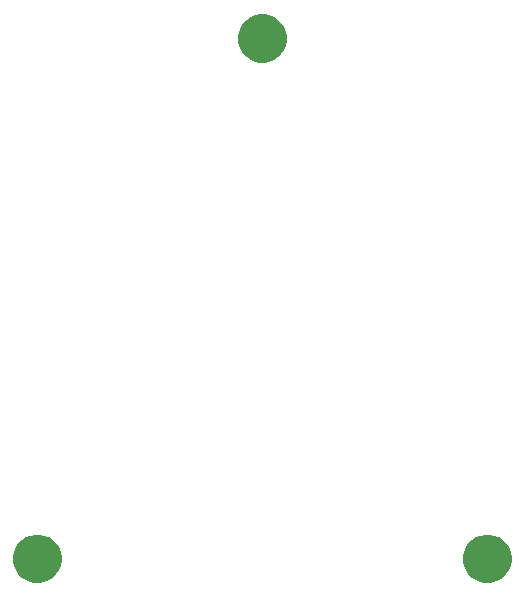
<source format=gbr>
G04 #@! TF.GenerationSoftware,KiCad,Pcbnew,(5.0.2-5)-5*
G04 #@! TF.CreationDate,2021-05-21T23:49:56+01:00*
G04 #@! TF.ProjectId,VCA_Kicad_Project-20210521,5643415f-4b69-4636-9164-5f50726f6a65,rev?*
G04 #@! TF.SameCoordinates,Original*
G04 #@! TF.FileFunction,Soldermask,Bot*
G04 #@! TF.FilePolarity,Negative*
%FSLAX46Y46*%
G04 Gerber Fmt 4.6, Leading zero omitted, Abs format (unit mm)*
G04 Created by KiCad (PCBNEW (5.0.2-5)-5) date Friday, 21 May 2021 at 23:49:56*
%MOMM*%
%LPD*%
G01*
G04 APERTURE LIST*
%ADD10C,0.100000*%
G04 APERTURE END LIST*
D10*
G36*
X164467732Y-80735338D02*
X164467734Y-80735339D01*
X164467735Y-80735339D01*
X164840993Y-80889947D01*
X164840994Y-80889948D01*
X165176919Y-81114406D01*
X165462594Y-81400081D01*
X165462596Y-81400084D01*
X165687053Y-81736007D01*
X165841661Y-82109265D01*
X165920480Y-82505514D01*
X165920480Y-82909526D01*
X165841661Y-83305775D01*
X165687053Y-83679033D01*
X165687052Y-83679034D01*
X165462594Y-84014959D01*
X165176919Y-84300634D01*
X165176916Y-84300636D01*
X164840993Y-84525093D01*
X164467735Y-84679701D01*
X164467734Y-84679701D01*
X164467732Y-84679702D01*
X164071487Y-84758520D01*
X163667473Y-84758520D01*
X163271228Y-84679702D01*
X163271226Y-84679701D01*
X163271225Y-84679701D01*
X162897967Y-84525093D01*
X162562044Y-84300636D01*
X162562041Y-84300634D01*
X162276366Y-84014959D01*
X162051908Y-83679034D01*
X162051907Y-83679033D01*
X161897299Y-83305775D01*
X161818480Y-82909526D01*
X161818480Y-82505514D01*
X161897299Y-82109265D01*
X162051907Y-81736007D01*
X162276364Y-81400084D01*
X162276366Y-81400081D01*
X162562041Y-81114406D01*
X162897966Y-80889948D01*
X162897967Y-80889947D01*
X163271225Y-80735339D01*
X163271226Y-80735339D01*
X163271228Y-80735338D01*
X163667473Y-80656520D01*
X164071487Y-80656520D01*
X164467732Y-80735338D01*
X164467732Y-80735338D01*
G37*
G36*
X126367732Y-80735338D02*
X126367734Y-80735339D01*
X126367735Y-80735339D01*
X126740993Y-80889947D01*
X126740994Y-80889948D01*
X127076919Y-81114406D01*
X127362594Y-81400081D01*
X127362596Y-81400084D01*
X127587053Y-81736007D01*
X127741661Y-82109265D01*
X127820480Y-82505514D01*
X127820480Y-82909526D01*
X127741661Y-83305775D01*
X127587053Y-83679033D01*
X127587052Y-83679034D01*
X127362594Y-84014959D01*
X127076919Y-84300634D01*
X127076916Y-84300636D01*
X126740993Y-84525093D01*
X126367735Y-84679701D01*
X126367734Y-84679701D01*
X126367732Y-84679702D01*
X125971487Y-84758520D01*
X125567473Y-84758520D01*
X125171228Y-84679702D01*
X125171226Y-84679701D01*
X125171225Y-84679701D01*
X124797967Y-84525093D01*
X124462044Y-84300636D01*
X124462041Y-84300634D01*
X124176366Y-84014959D01*
X123951908Y-83679034D01*
X123951907Y-83679033D01*
X123797299Y-83305775D01*
X123718480Y-82909526D01*
X123718480Y-82505514D01*
X123797299Y-82109265D01*
X123951907Y-81736007D01*
X124176364Y-81400084D01*
X124176366Y-81400081D01*
X124462041Y-81114406D01*
X124797966Y-80889948D01*
X124797967Y-80889947D01*
X125171225Y-80735339D01*
X125171226Y-80735339D01*
X125171228Y-80735338D01*
X125567473Y-80656520D01*
X125971487Y-80656520D01*
X126367732Y-80735338D01*
X126367732Y-80735338D01*
G37*
G36*
X145417732Y-36685338D02*
X145417734Y-36685339D01*
X145417735Y-36685339D01*
X145790993Y-36839947D01*
X145790994Y-36839948D01*
X146126919Y-37064406D01*
X146412594Y-37350081D01*
X146412596Y-37350084D01*
X146637053Y-37686007D01*
X146791661Y-38059265D01*
X146870480Y-38455514D01*
X146870480Y-38859526D01*
X146791661Y-39255775D01*
X146637053Y-39629033D01*
X146637052Y-39629034D01*
X146412594Y-39964959D01*
X146126919Y-40250634D01*
X146126916Y-40250636D01*
X145790993Y-40475093D01*
X145417735Y-40629701D01*
X145417734Y-40629701D01*
X145417732Y-40629702D01*
X145021487Y-40708520D01*
X144617473Y-40708520D01*
X144221228Y-40629702D01*
X144221226Y-40629701D01*
X144221225Y-40629701D01*
X143847967Y-40475093D01*
X143512044Y-40250636D01*
X143512041Y-40250634D01*
X143226366Y-39964959D01*
X143001908Y-39629034D01*
X143001907Y-39629033D01*
X142847299Y-39255775D01*
X142768480Y-38859526D01*
X142768480Y-38455514D01*
X142847299Y-38059265D01*
X143001907Y-37686007D01*
X143226364Y-37350084D01*
X143226366Y-37350081D01*
X143512041Y-37064406D01*
X143847966Y-36839948D01*
X143847967Y-36839947D01*
X144221225Y-36685339D01*
X144221226Y-36685339D01*
X144221228Y-36685338D01*
X144617473Y-36606520D01*
X145021487Y-36606520D01*
X145417732Y-36685338D01*
X145417732Y-36685338D01*
G37*
M02*

</source>
